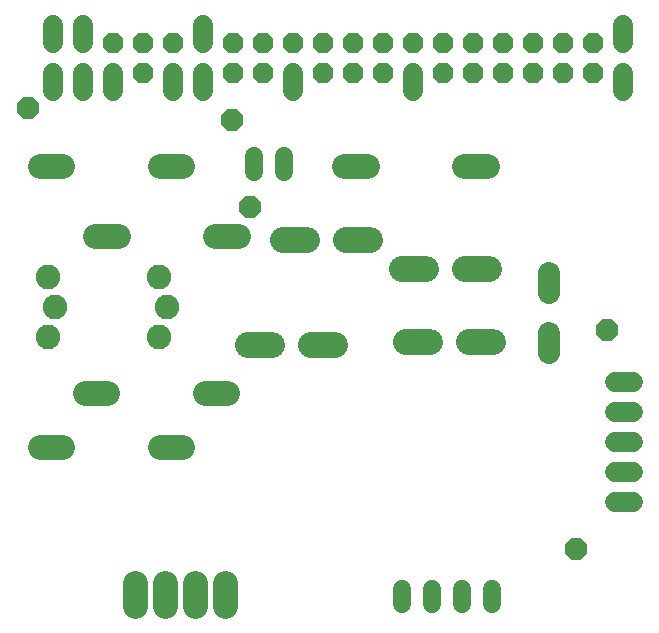
<source format=gts>
G75*
%MOIN*%
%OFA0B0*%
%FSLAX25Y25*%
%IPPOS*%
%LPD*%
%AMOC8*
5,1,8,0,0,1.08239X$1,22.5*
%
%ADD10C,0.06800*%
%ADD11OC8,0.06800*%
%ADD12C,0.08800*%
%ADD13C,0.08200*%
%ADD14C,0.07300*%
%ADD15C,0.05950*%
%ADD16C,0.08200*%
%ADD17C,0.06000*%
%ADD18OC8,0.07400*%
D10*
X0014948Y0193056D02*
X0014948Y0199056D01*
X0024948Y0199056D02*
X0024948Y0193056D01*
X0034948Y0193056D02*
X0034948Y0199056D01*
X0024948Y0209056D02*
X0024948Y0215056D01*
X0014948Y0215056D02*
X0014948Y0209056D01*
X0054948Y0199056D02*
X0054948Y0193056D01*
X0064948Y0193056D02*
X0064948Y0199056D01*
X0064948Y0209056D02*
X0064948Y0215056D01*
X0094948Y0199056D02*
X0094948Y0193056D01*
X0134948Y0193056D02*
X0134948Y0199056D01*
X0204948Y0199056D02*
X0204948Y0193056D01*
X0204948Y0209056D02*
X0204948Y0215056D01*
X0202385Y0096209D02*
X0208385Y0096209D01*
X0208385Y0086209D02*
X0202385Y0086209D01*
X0202385Y0076209D02*
X0208385Y0076209D01*
X0208385Y0066209D02*
X0202385Y0066209D01*
X0202385Y0056209D02*
X0208385Y0056209D01*
D11*
X0194948Y0199056D03*
X0194948Y0209056D03*
X0184948Y0209056D03*
X0174948Y0209056D03*
X0174948Y0199056D03*
X0184948Y0199056D03*
X0164948Y0199056D03*
X0154948Y0199056D03*
X0154948Y0209056D03*
X0164948Y0209056D03*
X0144948Y0209056D03*
X0134948Y0209056D03*
X0124948Y0209056D03*
X0114948Y0209056D03*
X0114948Y0199056D03*
X0124948Y0199056D03*
X0144948Y0199056D03*
X0104948Y0199056D03*
X0104948Y0209056D03*
X0094948Y0209056D03*
X0084948Y0209056D03*
X0084948Y0199056D03*
X0074948Y0199056D03*
X0074948Y0209056D03*
X0054948Y0209056D03*
X0044948Y0209056D03*
X0044948Y0199056D03*
X0034948Y0209056D03*
D12*
X0091680Y0143300D02*
X0099680Y0143300D01*
X0112680Y0143300D02*
X0120680Y0143300D01*
X0131609Y0133702D02*
X0139609Y0133702D01*
X0152609Y0133702D02*
X0160609Y0133702D01*
X0161751Y0109442D02*
X0153751Y0109442D01*
X0140751Y0109442D02*
X0132751Y0109442D01*
X0109125Y0108578D02*
X0101125Y0108578D01*
X0088125Y0108578D02*
X0080125Y0108578D01*
D13*
X0053089Y0121009D03*
X0050589Y0131009D03*
X0050589Y0111009D03*
X0015841Y0121213D03*
X0013341Y0111213D03*
X0013341Y0131213D03*
D14*
X0180574Y0132385D02*
X0180574Y0125885D01*
X0180574Y0112385D02*
X0180574Y0105885D01*
D15*
X0161349Y0027095D02*
X0161349Y0021946D01*
X0151349Y0021946D02*
X0151349Y0027095D01*
X0141349Y0027095D02*
X0141349Y0021946D01*
X0131349Y0021946D02*
X0131349Y0027095D01*
D16*
X0042570Y0028949D02*
X0042570Y0021549D01*
X0052570Y0021549D02*
X0052570Y0028949D01*
X0062570Y0028949D02*
X0062570Y0021549D01*
X0072570Y0021549D02*
X0072570Y0028949D01*
X0058175Y0074269D02*
X0050775Y0074269D01*
X0065775Y0092450D02*
X0073175Y0092450D01*
X0033175Y0092450D02*
X0025775Y0092450D01*
X0018175Y0074269D02*
X0010775Y0074269D01*
X0029275Y0144725D02*
X0036675Y0144725D01*
X0050685Y0168194D02*
X0058085Y0168194D01*
X0069275Y0144725D02*
X0076675Y0144725D01*
X0112267Y0168005D02*
X0119667Y0168005D01*
X0152267Y0168005D02*
X0159667Y0168005D01*
X0018085Y0168194D02*
X0010685Y0168194D01*
D17*
X0082219Y0166070D02*
X0082219Y0171270D01*
X0092219Y0171270D02*
X0092219Y0166070D01*
D18*
X0080680Y0154300D03*
X0074680Y0183300D03*
X0006680Y0187300D03*
X0189555Y0040425D03*
X0199680Y0113300D03*
M02*

</source>
